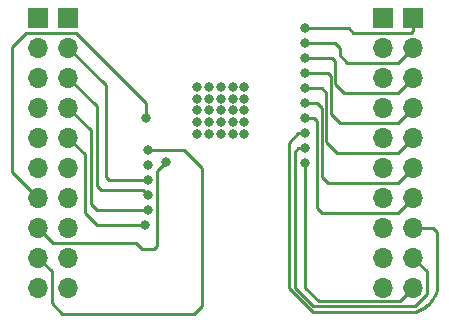
<source format=gbl>
G04 #@! TF.GenerationSoftware,KiCad,Pcbnew,5.1.5*
G04 #@! TF.CreationDate,2020-04-27T00:38:34+01:00*
G04 #@! TF.ProjectId,esp32-wrover-breakout,65737033-322d-4777-926f-7665722d6272,rev?*
G04 #@! TF.SameCoordinates,Original*
G04 #@! TF.FileFunction,Copper,L2,Bot*
G04 #@! TF.FilePolarity,Positive*
%FSLAX46Y46*%
G04 Gerber Fmt 4.6, Leading zero omitted, Abs format (unit mm)*
G04 Created by KiCad (PCBNEW 5.1.5) date 2020-04-27 00:38:34*
%MOMM*%
%LPD*%
G04 APERTURE LIST*
%ADD10R,1.700000X1.700000*%
%ADD11O,1.700000X1.700000*%
%ADD12C,0.800000*%
%ADD13C,0.250000*%
G04 APERTURE END LIST*
D10*
X154305000Y-71120000D03*
D11*
X154305000Y-73660000D03*
X154305000Y-76200000D03*
X154305000Y-78740000D03*
X154305000Y-81280000D03*
X154305000Y-83820000D03*
X154305000Y-86360000D03*
X154305000Y-88900000D03*
X154305000Y-91440000D03*
X154305000Y-93980000D03*
D10*
X122555000Y-71120000D03*
D11*
X122555000Y-73660000D03*
X122555000Y-76200000D03*
X122555000Y-78740000D03*
X122555000Y-81280000D03*
X122555000Y-83820000D03*
X122555000Y-86360000D03*
X122555000Y-88900000D03*
X122555000Y-91440000D03*
X122555000Y-93980000D03*
D10*
X151765000Y-71120000D03*
D11*
X151765000Y-73660000D03*
X151765000Y-76200000D03*
X151765000Y-78740000D03*
X151765000Y-81280000D03*
X151765000Y-83820000D03*
X151765000Y-86360000D03*
X151765000Y-88900000D03*
X151765000Y-91440000D03*
X151765000Y-93980000D03*
D10*
X125095000Y-71120000D03*
D11*
X125095000Y-73660000D03*
X125095000Y-76200000D03*
X125095000Y-78740000D03*
X125095000Y-81280000D03*
X125095000Y-83820000D03*
X125095000Y-86360000D03*
X125095000Y-88900000D03*
X125095000Y-91440000D03*
X125095000Y-93980000D03*
D12*
X136030000Y-76940000D03*
X136030000Y-77940000D03*
X136030000Y-78940000D03*
X136030000Y-79940000D03*
X136030000Y-80940000D03*
X137030000Y-80940000D03*
X137030000Y-79940000D03*
X137030000Y-78940000D03*
X137030000Y-77940000D03*
X137030000Y-76940000D03*
X139030000Y-76940000D03*
X139030000Y-77940000D03*
X139030000Y-78940000D03*
X139030000Y-79940000D03*
X139030000Y-80940000D03*
X138030000Y-80940000D03*
X138030000Y-79940000D03*
X138030000Y-78940000D03*
X138030000Y-77940000D03*
X138030000Y-76940000D03*
X140030000Y-80940000D03*
X140030000Y-79940000D03*
X140030000Y-78940000D03*
X140030000Y-77940000D03*
X140030000Y-76940000D03*
X131572000Y-88646000D03*
X131826000Y-87376000D03*
X131826000Y-86106000D03*
X131826000Y-84836000D03*
X131826000Y-82296000D03*
X131826000Y-83566000D03*
X133350000Y-83312000D03*
X145161000Y-83439000D03*
X145161000Y-82169000D03*
X145161000Y-80899000D03*
X145161000Y-79629000D03*
X145161000Y-78359000D03*
X145161000Y-77089000D03*
X145161000Y-75819000D03*
X145161000Y-74549000D03*
X145161000Y-73279000D03*
X145161000Y-72009000D03*
X131699000Y-79629000D03*
D13*
X131826000Y-88646000D02*
X127508000Y-88646000D01*
X127508000Y-88646000D02*
X126492000Y-87630000D01*
X126492000Y-82677000D02*
X125095000Y-81280000D01*
X126492000Y-87630000D02*
X126492000Y-82677000D01*
X131826000Y-87376000D02*
X127508000Y-87376000D01*
X127508000Y-87376000D02*
X127000000Y-86868000D01*
X127000000Y-80645000D02*
X125095000Y-78740000D01*
X127000000Y-86868000D02*
X127000000Y-80645000D01*
X131426001Y-85706001D02*
X127870001Y-85706001D01*
X131826000Y-86106000D02*
X131426001Y-85706001D01*
X127870001Y-85706001D02*
X127508000Y-85344000D01*
X127508000Y-78613000D02*
X125095000Y-76200000D01*
X127508000Y-85344000D02*
X127508000Y-78613000D01*
X131826000Y-84836000D02*
X128524000Y-84836000D01*
X128524000Y-84836000D02*
X128270000Y-84582000D01*
X128270000Y-76835000D02*
X125095000Y-73660000D01*
X128270000Y-84582000D02*
X128270000Y-76835000D01*
X134874000Y-82296000D02*
X131826000Y-82296000D01*
X135732010Y-96169990D02*
X136398000Y-95504000D01*
X136398000Y-95504000D02*
X136398000Y-83820000D01*
X136398000Y-83820000D02*
X134874000Y-82296000D01*
X122555000Y-91440000D02*
X123698000Y-92583000D01*
X123698000Y-95250000D02*
X124617990Y-96169990D01*
X123698000Y-92583000D02*
X123698000Y-95250000D01*
X124617990Y-96169990D02*
X135732010Y-96169990D01*
X123825000Y-90170000D02*
X122555000Y-88900000D01*
X132588000Y-84074000D02*
X132588000Y-90424000D01*
X133350000Y-83312000D02*
X132588000Y-84074000D01*
X132588000Y-90424000D02*
X132334000Y-90678000D01*
X132334000Y-90678000D02*
X131318000Y-90678000D01*
X131318000Y-90678000D02*
X130810000Y-90170000D01*
X130810000Y-90170000D02*
X123825000Y-90170000D01*
X145161000Y-83439000D02*
X145161000Y-93980000D01*
X145161000Y-93980000D02*
X146304000Y-95123000D01*
X153162000Y-95123000D02*
X154305000Y-93980000D01*
X146304000Y-95123000D02*
X153162000Y-95123000D01*
X155956000Y-88900000D02*
X154305000Y-88900000D01*
X156247564Y-94412645D02*
X156284024Y-94319977D01*
X156207812Y-94503969D02*
X156247564Y-94412645D01*
X156118653Y-94682086D02*
X156164830Y-94593808D01*
X156069387Y-94768602D02*
X156118653Y-94682086D01*
X156017035Y-94853352D02*
X156069387Y-94768602D01*
X155842355Y-95095594D02*
X155903442Y-95016957D01*
X156337000Y-89281000D02*
X155956000Y-88900000D01*
X155778493Y-95172008D02*
X155842355Y-95095594D01*
X155642778Y-95317779D02*
X155711919Y-95246124D01*
X155961704Y-94936161D02*
X156017035Y-94853352D01*
X155571122Y-95386920D02*
X155642778Y-95317779D01*
X155496998Y-95453501D02*
X155571122Y-95386920D01*
X155420595Y-95517354D02*
X155496998Y-95453501D01*
X156317153Y-94226068D02*
X156337000Y-94162686D01*
X154487685Y-96012000D02*
X154551069Y-95992154D01*
X155341951Y-95578446D02*
X155420595Y-95517354D01*
X143764000Y-93980000D02*
X145796000Y-96012000D01*
X145161000Y-80899000D02*
X144595315Y-80899000D01*
X156164830Y-94593808D02*
X156207812Y-94503969D01*
X143764000Y-81730315D02*
X143764000Y-93980000D01*
X155903442Y-95016957D02*
X155961704Y-94936161D01*
X144595315Y-80899000D02*
X143764000Y-81730315D01*
X154551069Y-95992154D02*
X154644960Y-95959031D01*
X154737644Y-95922564D02*
X154828979Y-95882808D01*
X156284024Y-94319977D02*
X156317153Y-94226068D01*
X155711919Y-95246124D02*
X155778493Y-95172008D01*
X154828979Y-95882808D02*
X154918802Y-95839834D01*
X154644960Y-95959031D02*
X154737644Y-95922564D01*
X154918802Y-95839834D02*
X155007091Y-95793651D01*
X145796000Y-96012000D02*
X154487685Y-96012000D01*
X155007091Y-95793651D02*
X155093587Y-95744397D01*
X155093587Y-95744397D02*
X155178349Y-95692037D01*
X156337000Y-94162686D02*
X156337000Y-89281000D01*
X155178349Y-95692037D02*
X155261157Y-95636707D01*
X155261157Y-95636707D02*
X155341951Y-95578446D01*
X155448000Y-92583000D02*
X154305000Y-91440000D01*
X155448000Y-94488000D02*
X155448000Y-92583000D01*
X145161000Y-82169000D02*
X144595315Y-82169000D01*
X144272000Y-82492315D02*
X144272000Y-93980000D01*
X144272000Y-93980000D02*
X145796000Y-95504000D01*
X145796000Y-95504000D02*
X154432000Y-95504000D01*
X144595315Y-82169000D02*
X144272000Y-82492315D01*
X154432000Y-95504000D02*
X155448000Y-94488000D01*
X153035000Y-87630000D02*
X154305000Y-86360000D01*
X146558000Y-87630000D02*
X153035000Y-87630000D01*
X146177000Y-87249000D02*
X146558000Y-87630000D01*
X146177000Y-79883000D02*
X146177000Y-87249000D01*
X145161000Y-79629000D02*
X145923000Y-79629000D01*
X145923000Y-79629000D02*
X146177000Y-79883000D01*
X153035000Y-85090000D02*
X154305000Y-83820000D01*
X147066000Y-85090000D02*
X153035000Y-85090000D01*
X146558000Y-84582000D02*
X147066000Y-85090000D01*
X146558000Y-78740000D02*
X146558000Y-84582000D01*
X145161000Y-78359000D02*
X146177000Y-78359000D01*
X146177000Y-78359000D02*
X146558000Y-78740000D01*
X153035000Y-82550000D02*
X154305000Y-81280000D01*
X147828000Y-82550000D02*
X153035000Y-82550000D01*
X146939000Y-81661000D02*
X147828000Y-82550000D01*
X146939000Y-77470000D02*
X146939000Y-81661000D01*
X145161000Y-77089000D02*
X146558000Y-77089000D01*
X146558000Y-77089000D02*
X146939000Y-77470000D01*
X145161000Y-75819000D02*
X147066000Y-75819000D01*
X147066000Y-75819000D02*
X147320000Y-76073000D01*
X147320000Y-76073000D02*
X147320000Y-79248000D01*
X147320000Y-79248000D02*
X148082000Y-80010000D01*
X153035000Y-80010000D02*
X154305000Y-78740000D01*
X148082000Y-80010000D02*
X153035000Y-80010000D01*
X153035000Y-77470000D02*
X154305000Y-76200000D01*
X148463000Y-77470000D02*
X153035000Y-77470000D01*
X147701000Y-76708000D02*
X148463000Y-77470000D01*
X147701000Y-74803000D02*
X147701000Y-76708000D01*
X145161000Y-74549000D02*
X147447000Y-74549000D01*
X147447000Y-74549000D02*
X147701000Y-74803000D01*
X145161000Y-73279000D02*
X147701000Y-73279000D01*
X147701000Y-73279000D02*
X148082000Y-73660000D01*
X148082000Y-73660000D02*
X148082000Y-74295000D01*
X148082000Y-74295000D02*
X148717000Y-74930000D01*
X153035000Y-74930000D02*
X154305000Y-73660000D01*
X148717000Y-74930000D02*
X153035000Y-74930000D01*
X154305000Y-72220000D02*
X154305000Y-71120000D01*
X154135000Y-72390000D02*
X154305000Y-72220000D01*
X149225000Y-72390000D02*
X154135000Y-72390000D01*
X148844000Y-72009000D02*
X149225000Y-72390000D01*
X145161000Y-72009000D02*
X148844000Y-72009000D01*
X122555000Y-86360000D02*
X120365010Y-84170010D01*
X120365010Y-84170010D02*
X120365010Y-73563990D01*
X120365010Y-73563990D02*
X121539000Y-72390000D01*
X121539000Y-72390000D02*
X125730000Y-72390000D01*
X125730000Y-72390000D02*
X131699000Y-78359000D01*
X131699000Y-78359000D02*
X131699000Y-79629000D01*
X131699000Y-79629000D02*
X131699000Y-79629000D01*
M02*

</source>
